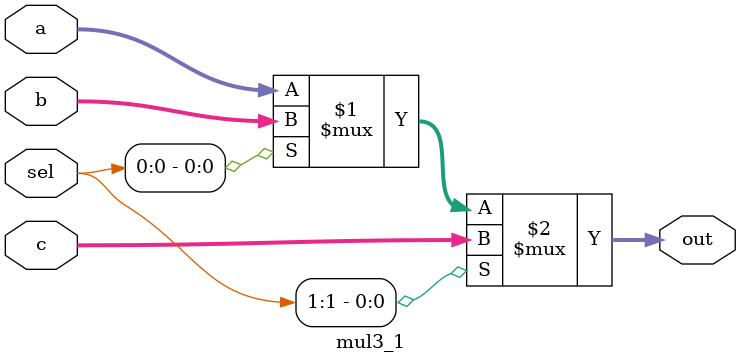
<source format=v>
module mul3_1 (
    input wire [31:0] a,b,c,
    input wire [1:0] sel,
    output wire [31:0] out
);
    
assign out = sel[1]?  c : (sel[0]? b : a);
endmodule
</source>
